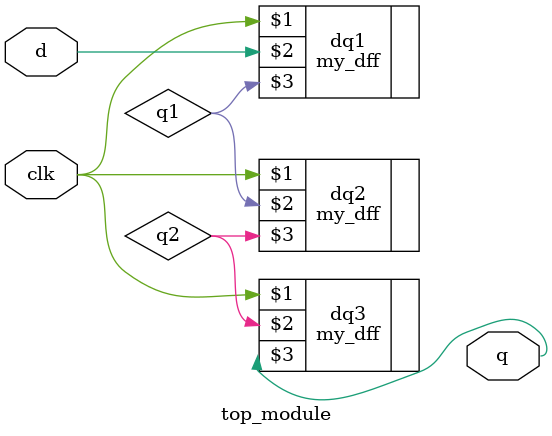
<source format=v>
module top_module ( input clk, input d, output q );

    wire q1, q2;
    my_dff dq1 ( clk, d, q1 );
    my_dff dq2 ( clk, q1, q2 );
    my_dff dq3 ( clk, q2, q );
    
endmodule

</source>
